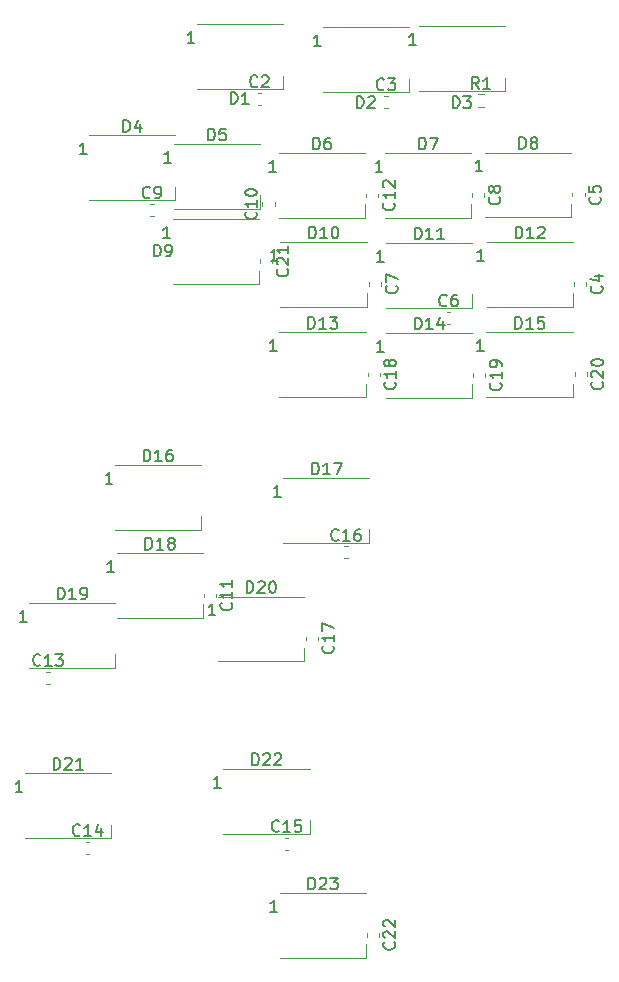
<source format=gbr>
%TF.GenerationSoftware,KiCad,Pcbnew,(5.1.10)-1*%
%TF.CreationDate,2021-11-16T18:01:45+11:00*%
%TF.ProjectId,Landing Gear Panel PCB V2,4c616e64-696e-4672-9047-656172205061,rev?*%
%TF.SameCoordinates,Original*%
%TF.FileFunction,Legend,Top*%
%TF.FilePolarity,Positive*%
%FSLAX46Y46*%
G04 Gerber Fmt 4.6, Leading zero omitted, Abs format (unit mm)*
G04 Created by KiCad (PCBNEW (5.1.10)-1) date 2021-11-16 18:01:45*
%MOMM*%
%LPD*%
G01*
G04 APERTURE LIST*
%ADD10C,0.120000*%
%ADD11C,0.150000*%
G04 APERTURE END LIST*
D10*
%TO.C,C22*%
X97210000Y-117049221D02*
X97210000Y-117374779D01*
X96190000Y-117049221D02*
X96190000Y-117374779D01*
%TO.C,C21*%
X88160000Y-60049721D02*
X88160000Y-60375279D01*
X87140000Y-60049721D02*
X87140000Y-60375279D01*
%TO.C,C20*%
X114810000Y-69599721D02*
X114810000Y-69925279D01*
X113790000Y-69599721D02*
X113790000Y-69925279D01*
%TO.C,C19*%
X106210000Y-69699721D02*
X106210000Y-70025279D01*
X105190000Y-69699721D02*
X105190000Y-70025279D01*
%TO.C,C18*%
X97260000Y-69624721D02*
X97260000Y-69950279D01*
X96240000Y-69624721D02*
X96240000Y-69950279D01*
%TO.C,C7*%
X97410000Y-61949721D02*
X97410000Y-62275279D01*
X96390000Y-61949721D02*
X96390000Y-62275279D01*
%TO.C,D6*%
X88716000Y-51021600D02*
X96016000Y-51021600D01*
X88716000Y-56521600D02*
X96016000Y-56521600D01*
X96016000Y-56521600D02*
X96016000Y-55371600D01*
%TO.C,C11*%
X82390000Y-88334420D02*
X82390000Y-88615580D01*
X83410000Y-88334420D02*
X83410000Y-88615580D01*
%TO.C,R1*%
X105587742Y-47122500D02*
X106062258Y-47122500D01*
X105587742Y-46077500D02*
X106062258Y-46077500D01*
%TO.C,C17*%
X90990000Y-91984420D02*
X90990000Y-92265580D01*
X92010000Y-91984420D02*
X92010000Y-92265580D01*
%TO.C,C16*%
X94284420Y-85360000D02*
X94565580Y-85360000D01*
X94284420Y-84340000D02*
X94565580Y-84340000D01*
%TO.C,C15*%
X89234420Y-110010000D02*
X89515580Y-110010000D01*
X89234420Y-108990000D02*
X89515580Y-108990000D01*
%TO.C,C14*%
X72384420Y-110360000D02*
X72665580Y-110360000D01*
X72384420Y-109340000D02*
X72665580Y-109340000D01*
%TO.C,C13*%
X69034420Y-95960000D02*
X69315580Y-95960000D01*
X69034420Y-94940000D02*
X69315580Y-94940000D01*
%TO.C,C12*%
X96140000Y-54484420D02*
X96140000Y-54765580D01*
X97160000Y-54484420D02*
X97160000Y-54765580D01*
%TO.C,C10*%
X88360000Y-55490580D02*
X88360000Y-55209420D01*
X87340000Y-55490580D02*
X87340000Y-55209420D01*
%TO.C,C9*%
X77834420Y-56360000D02*
X78115580Y-56360000D01*
X77834420Y-55340000D02*
X78115580Y-55340000D01*
%TO.C,C8*%
X105090000Y-54459420D02*
X105090000Y-54740580D01*
X106110000Y-54459420D02*
X106110000Y-54740580D01*
%TO.C,C6*%
X102959420Y-65510000D02*
X103240580Y-65510000D01*
X102959420Y-64490000D02*
X103240580Y-64490000D01*
%TO.C,C5*%
X113590000Y-54434420D02*
X113590000Y-54715580D01*
X114610000Y-54434420D02*
X114610000Y-54715580D01*
%TO.C,C4*%
X113740000Y-61984420D02*
X113740000Y-62265580D01*
X114760000Y-61984420D02*
X114760000Y-62265580D01*
%TO.C,C3*%
X97659420Y-47210000D02*
X97940580Y-47210000D01*
X97659420Y-46190000D02*
X97940580Y-46190000D01*
%TO.C,C2*%
X86934420Y-46960000D02*
X87215580Y-46960000D01*
X86934420Y-45940000D02*
X87215580Y-45940000D01*
%TO.C,D16*%
X74850000Y-77450000D02*
X82150000Y-77450000D01*
X74850000Y-82950000D02*
X82150000Y-82950000D01*
X82150000Y-82950000D02*
X82150000Y-81800000D01*
%TO.C,D23*%
X88794400Y-113684000D02*
X96094400Y-113684000D01*
X88794400Y-119184000D02*
X96094400Y-119184000D01*
X96094400Y-119184000D02*
X96094400Y-118034000D01*
%TO.C,D22*%
X84030800Y-103168000D02*
X91330800Y-103168000D01*
X84030800Y-108668000D02*
X91330800Y-108668000D01*
X91330800Y-108668000D02*
X91330800Y-107518000D01*
%TO.C,D21*%
X67227600Y-103549000D02*
X74527600Y-103549000D01*
X67227600Y-109049000D02*
X74527600Y-109049000D01*
X74527600Y-109049000D02*
X74527600Y-107899000D01*
%TO.C,D20*%
X83573600Y-88588400D02*
X90873600Y-88588400D01*
X83573600Y-94088400D02*
X90873600Y-94088400D01*
X90873600Y-94088400D02*
X90873600Y-92938400D01*
%TO.C,D19*%
X67583200Y-89121600D02*
X74883200Y-89121600D01*
X67583200Y-94621600D02*
X74883200Y-94621600D01*
X74883200Y-94621600D02*
X74883200Y-93471600D01*
%TO.C,D18*%
X75000000Y-84905200D02*
X82300000Y-84905200D01*
X75000000Y-90405200D02*
X82300000Y-90405200D01*
X82300000Y-90405200D02*
X82300000Y-89255200D01*
%TO.C,D17*%
X89100000Y-78550000D02*
X96400000Y-78550000D01*
X89100000Y-84050000D02*
X96400000Y-84050000D01*
X96400000Y-84050000D02*
X96400000Y-82900000D01*
%TO.C,D15*%
X106293000Y-66210800D02*
X113593000Y-66210800D01*
X106293000Y-71710800D02*
X113593000Y-71710800D01*
X113593000Y-71710800D02*
X113593000Y-70560800D01*
%TO.C,D14*%
X97809000Y-66261600D02*
X105109000Y-66261600D01*
X97809000Y-71761600D02*
X105109000Y-71761600D01*
X105109000Y-71761600D02*
X105109000Y-70611600D01*
%TO.C,D13*%
X88766800Y-66210800D02*
X96066800Y-66210800D01*
X88766800Y-71710800D02*
X96066800Y-71710800D01*
X96066800Y-71710800D02*
X96066800Y-70560800D01*
%TO.C,D12*%
X106332000Y-58565600D02*
X113632000Y-58565600D01*
X106332000Y-64065600D02*
X113632000Y-64065600D01*
X113632000Y-64065600D02*
X113632000Y-62915600D01*
%TO.C,D11*%
X97809000Y-58641600D02*
X105109000Y-58641600D01*
X97809000Y-64141600D02*
X105109000Y-64141600D01*
X105109000Y-64141600D02*
X105109000Y-62991600D01*
%TO.C,D10*%
X88856800Y-58565600D02*
X96156800Y-58565600D01*
X88856800Y-64065600D02*
X96156800Y-64065600D01*
X96156800Y-64065600D02*
X96156800Y-62915600D01*
%TO.C,D9*%
X79724400Y-56660400D02*
X87024400Y-56660400D01*
X79724400Y-62160400D02*
X87024400Y-62160400D01*
X87024400Y-62160400D02*
X87024400Y-61010400D01*
%TO.C,D8*%
X106180000Y-50996400D02*
X113480000Y-50996400D01*
X106180000Y-56496400D02*
X113480000Y-56496400D01*
X113480000Y-56496400D02*
X113480000Y-55346400D01*
%TO.C,D7*%
X97708000Y-51021600D02*
X105008000Y-51021600D01*
X97708000Y-56521600D02*
X105008000Y-56521600D01*
X105008000Y-56521600D02*
X105008000Y-55371600D01*
%TO.C,D5*%
X79826000Y-50259600D02*
X87126000Y-50259600D01*
X79826000Y-55759600D02*
X87126000Y-55759600D01*
X87126000Y-55759600D02*
X87126000Y-54609600D01*
%TO.C,D4*%
X72663200Y-49548400D02*
X79963200Y-49548400D01*
X72663200Y-55048400D02*
X79963200Y-55048400D01*
X79963200Y-55048400D02*
X79963200Y-53898400D01*
%TO.C,D3*%
X100552000Y-40302800D02*
X107852000Y-40302800D01*
X100552000Y-45802800D02*
X107852000Y-45802800D01*
X107852000Y-45802800D02*
X107852000Y-44652800D01*
%TO.C,D2*%
X92475200Y-40404400D02*
X99775200Y-40404400D01*
X92475200Y-45904400D02*
X99775200Y-45904400D01*
X99775200Y-45904400D02*
X99775200Y-44754400D01*
%TO.C,D1*%
X81795600Y-40125200D02*
X89095600Y-40125200D01*
X81795600Y-45625200D02*
X89095600Y-45625200D01*
X89095600Y-45625200D02*
X89095600Y-44475200D01*
%TO.C,C22*%
D11*
X98487142Y-117854857D02*
X98534761Y-117902476D01*
X98582380Y-118045333D01*
X98582380Y-118140571D01*
X98534761Y-118283428D01*
X98439523Y-118378666D01*
X98344285Y-118426285D01*
X98153809Y-118473904D01*
X98010952Y-118473904D01*
X97820476Y-118426285D01*
X97725238Y-118378666D01*
X97630000Y-118283428D01*
X97582380Y-118140571D01*
X97582380Y-118045333D01*
X97630000Y-117902476D01*
X97677619Y-117854857D01*
X97677619Y-117473904D02*
X97630000Y-117426285D01*
X97582380Y-117331047D01*
X97582380Y-117092952D01*
X97630000Y-116997714D01*
X97677619Y-116950095D01*
X97772857Y-116902476D01*
X97868095Y-116902476D01*
X98010952Y-116950095D01*
X98582380Y-117521523D01*
X98582380Y-116902476D01*
X97677619Y-116521523D02*
X97630000Y-116473904D01*
X97582380Y-116378666D01*
X97582380Y-116140571D01*
X97630000Y-116045333D01*
X97677619Y-115997714D01*
X97772857Y-115950095D01*
X97868095Y-115950095D01*
X98010952Y-115997714D01*
X98582380Y-116569142D01*
X98582380Y-115950095D01*
%TO.C,C21*%
X89437142Y-60855357D02*
X89484761Y-60902976D01*
X89532380Y-61045833D01*
X89532380Y-61141071D01*
X89484761Y-61283928D01*
X89389523Y-61379166D01*
X89294285Y-61426785D01*
X89103809Y-61474404D01*
X88960952Y-61474404D01*
X88770476Y-61426785D01*
X88675238Y-61379166D01*
X88580000Y-61283928D01*
X88532380Y-61141071D01*
X88532380Y-61045833D01*
X88580000Y-60902976D01*
X88627619Y-60855357D01*
X88627619Y-60474404D02*
X88580000Y-60426785D01*
X88532380Y-60331547D01*
X88532380Y-60093452D01*
X88580000Y-59998214D01*
X88627619Y-59950595D01*
X88722857Y-59902976D01*
X88818095Y-59902976D01*
X88960952Y-59950595D01*
X89532380Y-60522023D01*
X89532380Y-59902976D01*
X89532380Y-58950595D02*
X89532380Y-59522023D01*
X89532380Y-59236309D02*
X88532380Y-59236309D01*
X88675238Y-59331547D01*
X88770476Y-59426785D01*
X88818095Y-59522023D01*
%TO.C,C20*%
X116087142Y-70405357D02*
X116134761Y-70452976D01*
X116182380Y-70595833D01*
X116182380Y-70691071D01*
X116134761Y-70833928D01*
X116039523Y-70929166D01*
X115944285Y-70976785D01*
X115753809Y-71024404D01*
X115610952Y-71024404D01*
X115420476Y-70976785D01*
X115325238Y-70929166D01*
X115230000Y-70833928D01*
X115182380Y-70691071D01*
X115182380Y-70595833D01*
X115230000Y-70452976D01*
X115277619Y-70405357D01*
X115277619Y-70024404D02*
X115230000Y-69976785D01*
X115182380Y-69881547D01*
X115182380Y-69643452D01*
X115230000Y-69548214D01*
X115277619Y-69500595D01*
X115372857Y-69452976D01*
X115468095Y-69452976D01*
X115610952Y-69500595D01*
X116182380Y-70072023D01*
X116182380Y-69452976D01*
X115182380Y-68833928D02*
X115182380Y-68738690D01*
X115230000Y-68643452D01*
X115277619Y-68595833D01*
X115372857Y-68548214D01*
X115563333Y-68500595D01*
X115801428Y-68500595D01*
X115991904Y-68548214D01*
X116087142Y-68595833D01*
X116134761Y-68643452D01*
X116182380Y-68738690D01*
X116182380Y-68833928D01*
X116134761Y-68929166D01*
X116087142Y-68976785D01*
X115991904Y-69024404D01*
X115801428Y-69072023D01*
X115563333Y-69072023D01*
X115372857Y-69024404D01*
X115277619Y-68976785D01*
X115230000Y-68929166D01*
X115182380Y-68833928D01*
%TO.C,C19*%
X107487142Y-70505357D02*
X107534761Y-70552976D01*
X107582380Y-70695833D01*
X107582380Y-70791071D01*
X107534761Y-70933928D01*
X107439523Y-71029166D01*
X107344285Y-71076785D01*
X107153809Y-71124404D01*
X107010952Y-71124404D01*
X106820476Y-71076785D01*
X106725238Y-71029166D01*
X106630000Y-70933928D01*
X106582380Y-70791071D01*
X106582380Y-70695833D01*
X106630000Y-70552976D01*
X106677619Y-70505357D01*
X107582380Y-69552976D02*
X107582380Y-70124404D01*
X107582380Y-69838690D02*
X106582380Y-69838690D01*
X106725238Y-69933928D01*
X106820476Y-70029166D01*
X106868095Y-70124404D01*
X107582380Y-69076785D02*
X107582380Y-68886309D01*
X107534761Y-68791071D01*
X107487142Y-68743452D01*
X107344285Y-68648214D01*
X107153809Y-68600595D01*
X106772857Y-68600595D01*
X106677619Y-68648214D01*
X106630000Y-68695833D01*
X106582380Y-68791071D01*
X106582380Y-68981547D01*
X106630000Y-69076785D01*
X106677619Y-69124404D01*
X106772857Y-69172023D01*
X107010952Y-69172023D01*
X107106190Y-69124404D01*
X107153809Y-69076785D01*
X107201428Y-68981547D01*
X107201428Y-68791071D01*
X107153809Y-68695833D01*
X107106190Y-68648214D01*
X107010952Y-68600595D01*
%TO.C,C18*%
X98537142Y-70430357D02*
X98584761Y-70477976D01*
X98632380Y-70620833D01*
X98632380Y-70716071D01*
X98584761Y-70858928D01*
X98489523Y-70954166D01*
X98394285Y-71001785D01*
X98203809Y-71049404D01*
X98060952Y-71049404D01*
X97870476Y-71001785D01*
X97775238Y-70954166D01*
X97680000Y-70858928D01*
X97632380Y-70716071D01*
X97632380Y-70620833D01*
X97680000Y-70477976D01*
X97727619Y-70430357D01*
X98632380Y-69477976D02*
X98632380Y-70049404D01*
X98632380Y-69763690D02*
X97632380Y-69763690D01*
X97775238Y-69858928D01*
X97870476Y-69954166D01*
X97918095Y-70049404D01*
X98060952Y-68906547D02*
X98013333Y-69001785D01*
X97965714Y-69049404D01*
X97870476Y-69097023D01*
X97822857Y-69097023D01*
X97727619Y-69049404D01*
X97680000Y-69001785D01*
X97632380Y-68906547D01*
X97632380Y-68716071D01*
X97680000Y-68620833D01*
X97727619Y-68573214D01*
X97822857Y-68525595D01*
X97870476Y-68525595D01*
X97965714Y-68573214D01*
X98013333Y-68620833D01*
X98060952Y-68716071D01*
X98060952Y-68906547D01*
X98108571Y-69001785D01*
X98156190Y-69049404D01*
X98251428Y-69097023D01*
X98441904Y-69097023D01*
X98537142Y-69049404D01*
X98584761Y-69001785D01*
X98632380Y-68906547D01*
X98632380Y-68716071D01*
X98584761Y-68620833D01*
X98537142Y-68573214D01*
X98441904Y-68525595D01*
X98251428Y-68525595D01*
X98156190Y-68573214D01*
X98108571Y-68620833D01*
X98060952Y-68716071D01*
%TO.C,C7*%
X98687142Y-62279166D02*
X98734761Y-62326785D01*
X98782380Y-62469642D01*
X98782380Y-62564880D01*
X98734761Y-62707738D01*
X98639523Y-62802976D01*
X98544285Y-62850595D01*
X98353809Y-62898214D01*
X98210952Y-62898214D01*
X98020476Y-62850595D01*
X97925238Y-62802976D01*
X97830000Y-62707738D01*
X97782380Y-62564880D01*
X97782380Y-62469642D01*
X97830000Y-62326785D01*
X97877619Y-62279166D01*
X97782380Y-61945833D02*
X97782380Y-61279166D01*
X98782380Y-61707738D01*
%TO.C,D6*%
X91627904Y-50723980D02*
X91627904Y-49723980D01*
X91866000Y-49723980D01*
X92008857Y-49771600D01*
X92104095Y-49866838D01*
X92151714Y-49962076D01*
X92199333Y-50152552D01*
X92199333Y-50295409D01*
X92151714Y-50485885D01*
X92104095Y-50581123D01*
X92008857Y-50676361D01*
X91866000Y-50723980D01*
X91627904Y-50723980D01*
X93056476Y-49723980D02*
X92866000Y-49723980D01*
X92770761Y-49771600D01*
X92723142Y-49819219D01*
X92627904Y-49962076D01*
X92580285Y-50152552D01*
X92580285Y-50533504D01*
X92627904Y-50628742D01*
X92675523Y-50676361D01*
X92770761Y-50723980D01*
X92961238Y-50723980D01*
X93056476Y-50676361D01*
X93104095Y-50628742D01*
X93151714Y-50533504D01*
X93151714Y-50295409D01*
X93104095Y-50200171D01*
X93056476Y-50152552D01*
X92961238Y-50104933D01*
X92770761Y-50104933D01*
X92675523Y-50152552D01*
X92627904Y-50200171D01*
X92580285Y-50295409D01*
X88501714Y-52623980D02*
X87930285Y-52623980D01*
X88216000Y-52623980D02*
X88216000Y-51623980D01*
X88120761Y-51766838D01*
X88025523Y-51862076D01*
X87930285Y-51909695D01*
%TO.C,C11*%
X84687142Y-89117857D02*
X84734761Y-89165476D01*
X84782380Y-89308333D01*
X84782380Y-89403571D01*
X84734761Y-89546428D01*
X84639523Y-89641666D01*
X84544285Y-89689285D01*
X84353809Y-89736904D01*
X84210952Y-89736904D01*
X84020476Y-89689285D01*
X83925238Y-89641666D01*
X83830000Y-89546428D01*
X83782380Y-89403571D01*
X83782380Y-89308333D01*
X83830000Y-89165476D01*
X83877619Y-89117857D01*
X84782380Y-88165476D02*
X84782380Y-88736904D01*
X84782380Y-88451190D02*
X83782380Y-88451190D01*
X83925238Y-88546428D01*
X84020476Y-88641666D01*
X84068095Y-88736904D01*
X84782380Y-87213095D02*
X84782380Y-87784523D01*
X84782380Y-87498809D02*
X83782380Y-87498809D01*
X83925238Y-87594047D01*
X84020476Y-87689285D01*
X84068095Y-87784523D01*
%TO.C,R1*%
X105658333Y-45622380D02*
X105325000Y-45146190D01*
X105086904Y-45622380D02*
X105086904Y-44622380D01*
X105467857Y-44622380D01*
X105563095Y-44670000D01*
X105610714Y-44717619D01*
X105658333Y-44812857D01*
X105658333Y-44955714D01*
X105610714Y-45050952D01*
X105563095Y-45098571D01*
X105467857Y-45146190D01*
X105086904Y-45146190D01*
X106610714Y-45622380D02*
X106039285Y-45622380D01*
X106325000Y-45622380D02*
X106325000Y-44622380D01*
X106229761Y-44765238D01*
X106134523Y-44860476D01*
X106039285Y-44908095D01*
%TO.C,C17*%
X93287142Y-92767857D02*
X93334761Y-92815476D01*
X93382380Y-92958333D01*
X93382380Y-93053571D01*
X93334761Y-93196428D01*
X93239523Y-93291666D01*
X93144285Y-93339285D01*
X92953809Y-93386904D01*
X92810952Y-93386904D01*
X92620476Y-93339285D01*
X92525238Y-93291666D01*
X92430000Y-93196428D01*
X92382380Y-93053571D01*
X92382380Y-92958333D01*
X92430000Y-92815476D01*
X92477619Y-92767857D01*
X93382380Y-91815476D02*
X93382380Y-92386904D01*
X93382380Y-92101190D02*
X92382380Y-92101190D01*
X92525238Y-92196428D01*
X92620476Y-92291666D01*
X92668095Y-92386904D01*
X92382380Y-91482142D02*
X92382380Y-90815476D01*
X93382380Y-91244047D01*
%TO.C,C16*%
X93782142Y-83777142D02*
X93734523Y-83824761D01*
X93591666Y-83872380D01*
X93496428Y-83872380D01*
X93353571Y-83824761D01*
X93258333Y-83729523D01*
X93210714Y-83634285D01*
X93163095Y-83443809D01*
X93163095Y-83300952D01*
X93210714Y-83110476D01*
X93258333Y-83015238D01*
X93353571Y-82920000D01*
X93496428Y-82872380D01*
X93591666Y-82872380D01*
X93734523Y-82920000D01*
X93782142Y-82967619D01*
X94734523Y-83872380D02*
X94163095Y-83872380D01*
X94448809Y-83872380D02*
X94448809Y-82872380D01*
X94353571Y-83015238D01*
X94258333Y-83110476D01*
X94163095Y-83158095D01*
X95591666Y-82872380D02*
X95401190Y-82872380D01*
X95305952Y-82920000D01*
X95258333Y-82967619D01*
X95163095Y-83110476D01*
X95115476Y-83300952D01*
X95115476Y-83681904D01*
X95163095Y-83777142D01*
X95210714Y-83824761D01*
X95305952Y-83872380D01*
X95496428Y-83872380D01*
X95591666Y-83824761D01*
X95639285Y-83777142D01*
X95686904Y-83681904D01*
X95686904Y-83443809D01*
X95639285Y-83348571D01*
X95591666Y-83300952D01*
X95496428Y-83253333D01*
X95305952Y-83253333D01*
X95210714Y-83300952D01*
X95163095Y-83348571D01*
X95115476Y-83443809D01*
%TO.C,C15*%
X88732142Y-108427142D02*
X88684523Y-108474761D01*
X88541666Y-108522380D01*
X88446428Y-108522380D01*
X88303571Y-108474761D01*
X88208333Y-108379523D01*
X88160714Y-108284285D01*
X88113095Y-108093809D01*
X88113095Y-107950952D01*
X88160714Y-107760476D01*
X88208333Y-107665238D01*
X88303571Y-107570000D01*
X88446428Y-107522380D01*
X88541666Y-107522380D01*
X88684523Y-107570000D01*
X88732142Y-107617619D01*
X89684523Y-108522380D02*
X89113095Y-108522380D01*
X89398809Y-108522380D02*
X89398809Y-107522380D01*
X89303571Y-107665238D01*
X89208333Y-107760476D01*
X89113095Y-107808095D01*
X90589285Y-107522380D02*
X90113095Y-107522380D01*
X90065476Y-107998571D01*
X90113095Y-107950952D01*
X90208333Y-107903333D01*
X90446428Y-107903333D01*
X90541666Y-107950952D01*
X90589285Y-107998571D01*
X90636904Y-108093809D01*
X90636904Y-108331904D01*
X90589285Y-108427142D01*
X90541666Y-108474761D01*
X90446428Y-108522380D01*
X90208333Y-108522380D01*
X90113095Y-108474761D01*
X90065476Y-108427142D01*
%TO.C,C14*%
X71882142Y-108777142D02*
X71834523Y-108824761D01*
X71691666Y-108872380D01*
X71596428Y-108872380D01*
X71453571Y-108824761D01*
X71358333Y-108729523D01*
X71310714Y-108634285D01*
X71263095Y-108443809D01*
X71263095Y-108300952D01*
X71310714Y-108110476D01*
X71358333Y-108015238D01*
X71453571Y-107920000D01*
X71596428Y-107872380D01*
X71691666Y-107872380D01*
X71834523Y-107920000D01*
X71882142Y-107967619D01*
X72834523Y-108872380D02*
X72263095Y-108872380D01*
X72548809Y-108872380D02*
X72548809Y-107872380D01*
X72453571Y-108015238D01*
X72358333Y-108110476D01*
X72263095Y-108158095D01*
X73691666Y-108205714D02*
X73691666Y-108872380D01*
X73453571Y-107824761D02*
X73215476Y-108539047D01*
X73834523Y-108539047D01*
%TO.C,C13*%
X68532142Y-94377142D02*
X68484523Y-94424761D01*
X68341666Y-94472380D01*
X68246428Y-94472380D01*
X68103571Y-94424761D01*
X68008333Y-94329523D01*
X67960714Y-94234285D01*
X67913095Y-94043809D01*
X67913095Y-93900952D01*
X67960714Y-93710476D01*
X68008333Y-93615238D01*
X68103571Y-93520000D01*
X68246428Y-93472380D01*
X68341666Y-93472380D01*
X68484523Y-93520000D01*
X68532142Y-93567619D01*
X69484523Y-94472380D02*
X68913095Y-94472380D01*
X69198809Y-94472380D02*
X69198809Y-93472380D01*
X69103571Y-93615238D01*
X69008333Y-93710476D01*
X68913095Y-93758095D01*
X69817857Y-93472380D02*
X70436904Y-93472380D01*
X70103571Y-93853333D01*
X70246428Y-93853333D01*
X70341666Y-93900952D01*
X70389285Y-93948571D01*
X70436904Y-94043809D01*
X70436904Y-94281904D01*
X70389285Y-94377142D01*
X70341666Y-94424761D01*
X70246428Y-94472380D01*
X69960714Y-94472380D01*
X69865476Y-94424761D01*
X69817857Y-94377142D01*
%TO.C,C12*%
X98437142Y-55267857D02*
X98484761Y-55315476D01*
X98532380Y-55458333D01*
X98532380Y-55553571D01*
X98484761Y-55696428D01*
X98389523Y-55791666D01*
X98294285Y-55839285D01*
X98103809Y-55886904D01*
X97960952Y-55886904D01*
X97770476Y-55839285D01*
X97675238Y-55791666D01*
X97580000Y-55696428D01*
X97532380Y-55553571D01*
X97532380Y-55458333D01*
X97580000Y-55315476D01*
X97627619Y-55267857D01*
X98532380Y-54315476D02*
X98532380Y-54886904D01*
X98532380Y-54601190D02*
X97532380Y-54601190D01*
X97675238Y-54696428D01*
X97770476Y-54791666D01*
X97818095Y-54886904D01*
X97627619Y-53934523D02*
X97580000Y-53886904D01*
X97532380Y-53791666D01*
X97532380Y-53553571D01*
X97580000Y-53458333D01*
X97627619Y-53410714D01*
X97722857Y-53363095D01*
X97818095Y-53363095D01*
X97960952Y-53410714D01*
X98532380Y-53982142D01*
X98532380Y-53363095D01*
%TO.C,C10*%
X86777142Y-55992857D02*
X86824761Y-56040476D01*
X86872380Y-56183333D01*
X86872380Y-56278571D01*
X86824761Y-56421428D01*
X86729523Y-56516666D01*
X86634285Y-56564285D01*
X86443809Y-56611904D01*
X86300952Y-56611904D01*
X86110476Y-56564285D01*
X86015238Y-56516666D01*
X85920000Y-56421428D01*
X85872380Y-56278571D01*
X85872380Y-56183333D01*
X85920000Y-56040476D01*
X85967619Y-55992857D01*
X86872380Y-55040476D02*
X86872380Y-55611904D01*
X86872380Y-55326190D02*
X85872380Y-55326190D01*
X86015238Y-55421428D01*
X86110476Y-55516666D01*
X86158095Y-55611904D01*
X85872380Y-54421428D02*
X85872380Y-54326190D01*
X85920000Y-54230952D01*
X85967619Y-54183333D01*
X86062857Y-54135714D01*
X86253333Y-54088095D01*
X86491428Y-54088095D01*
X86681904Y-54135714D01*
X86777142Y-54183333D01*
X86824761Y-54230952D01*
X86872380Y-54326190D01*
X86872380Y-54421428D01*
X86824761Y-54516666D01*
X86777142Y-54564285D01*
X86681904Y-54611904D01*
X86491428Y-54659523D01*
X86253333Y-54659523D01*
X86062857Y-54611904D01*
X85967619Y-54564285D01*
X85920000Y-54516666D01*
X85872380Y-54421428D01*
%TO.C,C9*%
X77808333Y-54777142D02*
X77760714Y-54824761D01*
X77617857Y-54872380D01*
X77522619Y-54872380D01*
X77379761Y-54824761D01*
X77284523Y-54729523D01*
X77236904Y-54634285D01*
X77189285Y-54443809D01*
X77189285Y-54300952D01*
X77236904Y-54110476D01*
X77284523Y-54015238D01*
X77379761Y-53920000D01*
X77522619Y-53872380D01*
X77617857Y-53872380D01*
X77760714Y-53920000D01*
X77808333Y-53967619D01*
X78284523Y-54872380D02*
X78475000Y-54872380D01*
X78570238Y-54824761D01*
X78617857Y-54777142D01*
X78713095Y-54634285D01*
X78760714Y-54443809D01*
X78760714Y-54062857D01*
X78713095Y-53967619D01*
X78665476Y-53920000D01*
X78570238Y-53872380D01*
X78379761Y-53872380D01*
X78284523Y-53920000D01*
X78236904Y-53967619D01*
X78189285Y-54062857D01*
X78189285Y-54300952D01*
X78236904Y-54396190D01*
X78284523Y-54443809D01*
X78379761Y-54491428D01*
X78570238Y-54491428D01*
X78665476Y-54443809D01*
X78713095Y-54396190D01*
X78760714Y-54300952D01*
%TO.C,C8*%
X107387142Y-54766666D02*
X107434761Y-54814285D01*
X107482380Y-54957142D01*
X107482380Y-55052380D01*
X107434761Y-55195238D01*
X107339523Y-55290476D01*
X107244285Y-55338095D01*
X107053809Y-55385714D01*
X106910952Y-55385714D01*
X106720476Y-55338095D01*
X106625238Y-55290476D01*
X106530000Y-55195238D01*
X106482380Y-55052380D01*
X106482380Y-54957142D01*
X106530000Y-54814285D01*
X106577619Y-54766666D01*
X106910952Y-54195238D02*
X106863333Y-54290476D01*
X106815714Y-54338095D01*
X106720476Y-54385714D01*
X106672857Y-54385714D01*
X106577619Y-54338095D01*
X106530000Y-54290476D01*
X106482380Y-54195238D01*
X106482380Y-54004761D01*
X106530000Y-53909523D01*
X106577619Y-53861904D01*
X106672857Y-53814285D01*
X106720476Y-53814285D01*
X106815714Y-53861904D01*
X106863333Y-53909523D01*
X106910952Y-54004761D01*
X106910952Y-54195238D01*
X106958571Y-54290476D01*
X107006190Y-54338095D01*
X107101428Y-54385714D01*
X107291904Y-54385714D01*
X107387142Y-54338095D01*
X107434761Y-54290476D01*
X107482380Y-54195238D01*
X107482380Y-54004761D01*
X107434761Y-53909523D01*
X107387142Y-53861904D01*
X107291904Y-53814285D01*
X107101428Y-53814285D01*
X107006190Y-53861904D01*
X106958571Y-53909523D01*
X106910952Y-54004761D01*
%TO.C,C6*%
X102933333Y-63927142D02*
X102885714Y-63974761D01*
X102742857Y-64022380D01*
X102647619Y-64022380D01*
X102504761Y-63974761D01*
X102409523Y-63879523D01*
X102361904Y-63784285D01*
X102314285Y-63593809D01*
X102314285Y-63450952D01*
X102361904Y-63260476D01*
X102409523Y-63165238D01*
X102504761Y-63070000D01*
X102647619Y-63022380D01*
X102742857Y-63022380D01*
X102885714Y-63070000D01*
X102933333Y-63117619D01*
X103790476Y-63022380D02*
X103600000Y-63022380D01*
X103504761Y-63070000D01*
X103457142Y-63117619D01*
X103361904Y-63260476D01*
X103314285Y-63450952D01*
X103314285Y-63831904D01*
X103361904Y-63927142D01*
X103409523Y-63974761D01*
X103504761Y-64022380D01*
X103695238Y-64022380D01*
X103790476Y-63974761D01*
X103838095Y-63927142D01*
X103885714Y-63831904D01*
X103885714Y-63593809D01*
X103838095Y-63498571D01*
X103790476Y-63450952D01*
X103695238Y-63403333D01*
X103504761Y-63403333D01*
X103409523Y-63450952D01*
X103361904Y-63498571D01*
X103314285Y-63593809D01*
%TO.C,C5*%
X115887142Y-54741666D02*
X115934761Y-54789285D01*
X115982380Y-54932142D01*
X115982380Y-55027380D01*
X115934761Y-55170238D01*
X115839523Y-55265476D01*
X115744285Y-55313095D01*
X115553809Y-55360714D01*
X115410952Y-55360714D01*
X115220476Y-55313095D01*
X115125238Y-55265476D01*
X115030000Y-55170238D01*
X114982380Y-55027380D01*
X114982380Y-54932142D01*
X115030000Y-54789285D01*
X115077619Y-54741666D01*
X114982380Y-53836904D02*
X114982380Y-54313095D01*
X115458571Y-54360714D01*
X115410952Y-54313095D01*
X115363333Y-54217857D01*
X115363333Y-53979761D01*
X115410952Y-53884523D01*
X115458571Y-53836904D01*
X115553809Y-53789285D01*
X115791904Y-53789285D01*
X115887142Y-53836904D01*
X115934761Y-53884523D01*
X115982380Y-53979761D01*
X115982380Y-54217857D01*
X115934761Y-54313095D01*
X115887142Y-54360714D01*
%TO.C,C4*%
X116037142Y-62291666D02*
X116084761Y-62339285D01*
X116132380Y-62482142D01*
X116132380Y-62577380D01*
X116084761Y-62720238D01*
X115989523Y-62815476D01*
X115894285Y-62863095D01*
X115703809Y-62910714D01*
X115560952Y-62910714D01*
X115370476Y-62863095D01*
X115275238Y-62815476D01*
X115180000Y-62720238D01*
X115132380Y-62577380D01*
X115132380Y-62482142D01*
X115180000Y-62339285D01*
X115227619Y-62291666D01*
X115465714Y-61434523D02*
X116132380Y-61434523D01*
X115084761Y-61672619D02*
X115799047Y-61910714D01*
X115799047Y-61291666D01*
%TO.C,C3*%
X97633333Y-45627142D02*
X97585714Y-45674761D01*
X97442857Y-45722380D01*
X97347619Y-45722380D01*
X97204761Y-45674761D01*
X97109523Y-45579523D01*
X97061904Y-45484285D01*
X97014285Y-45293809D01*
X97014285Y-45150952D01*
X97061904Y-44960476D01*
X97109523Y-44865238D01*
X97204761Y-44770000D01*
X97347619Y-44722380D01*
X97442857Y-44722380D01*
X97585714Y-44770000D01*
X97633333Y-44817619D01*
X97966666Y-44722380D02*
X98585714Y-44722380D01*
X98252380Y-45103333D01*
X98395238Y-45103333D01*
X98490476Y-45150952D01*
X98538095Y-45198571D01*
X98585714Y-45293809D01*
X98585714Y-45531904D01*
X98538095Y-45627142D01*
X98490476Y-45674761D01*
X98395238Y-45722380D01*
X98109523Y-45722380D01*
X98014285Y-45674761D01*
X97966666Y-45627142D01*
%TO.C,C2*%
X86908333Y-45377142D02*
X86860714Y-45424761D01*
X86717857Y-45472380D01*
X86622619Y-45472380D01*
X86479761Y-45424761D01*
X86384523Y-45329523D01*
X86336904Y-45234285D01*
X86289285Y-45043809D01*
X86289285Y-44900952D01*
X86336904Y-44710476D01*
X86384523Y-44615238D01*
X86479761Y-44520000D01*
X86622619Y-44472380D01*
X86717857Y-44472380D01*
X86860714Y-44520000D01*
X86908333Y-44567619D01*
X87289285Y-44567619D02*
X87336904Y-44520000D01*
X87432142Y-44472380D01*
X87670238Y-44472380D01*
X87765476Y-44520000D01*
X87813095Y-44567619D01*
X87860714Y-44662857D01*
X87860714Y-44758095D01*
X87813095Y-44900952D01*
X87241666Y-45472380D01*
X87860714Y-45472380D01*
%TO.C,D16*%
X77285714Y-77152380D02*
X77285714Y-76152380D01*
X77523809Y-76152380D01*
X77666666Y-76200000D01*
X77761904Y-76295238D01*
X77809523Y-76390476D01*
X77857142Y-76580952D01*
X77857142Y-76723809D01*
X77809523Y-76914285D01*
X77761904Y-77009523D01*
X77666666Y-77104761D01*
X77523809Y-77152380D01*
X77285714Y-77152380D01*
X78809523Y-77152380D02*
X78238095Y-77152380D01*
X78523809Y-77152380D02*
X78523809Y-76152380D01*
X78428571Y-76295238D01*
X78333333Y-76390476D01*
X78238095Y-76438095D01*
X79666666Y-76152380D02*
X79476190Y-76152380D01*
X79380952Y-76200000D01*
X79333333Y-76247619D01*
X79238095Y-76390476D01*
X79190476Y-76580952D01*
X79190476Y-76961904D01*
X79238095Y-77057142D01*
X79285714Y-77104761D01*
X79380952Y-77152380D01*
X79571428Y-77152380D01*
X79666666Y-77104761D01*
X79714285Y-77057142D01*
X79761904Y-76961904D01*
X79761904Y-76723809D01*
X79714285Y-76628571D01*
X79666666Y-76580952D01*
X79571428Y-76533333D01*
X79380952Y-76533333D01*
X79285714Y-76580952D01*
X79238095Y-76628571D01*
X79190476Y-76723809D01*
X74635714Y-79052380D02*
X74064285Y-79052380D01*
X74350000Y-79052380D02*
X74350000Y-78052380D01*
X74254761Y-78195238D01*
X74159523Y-78290476D01*
X74064285Y-78338095D01*
%TO.C,D23*%
X91230114Y-113386380D02*
X91230114Y-112386380D01*
X91468209Y-112386380D01*
X91611066Y-112434000D01*
X91706304Y-112529238D01*
X91753923Y-112624476D01*
X91801542Y-112814952D01*
X91801542Y-112957809D01*
X91753923Y-113148285D01*
X91706304Y-113243523D01*
X91611066Y-113338761D01*
X91468209Y-113386380D01*
X91230114Y-113386380D01*
X92182495Y-112481619D02*
X92230114Y-112434000D01*
X92325352Y-112386380D01*
X92563447Y-112386380D01*
X92658685Y-112434000D01*
X92706304Y-112481619D01*
X92753923Y-112576857D01*
X92753923Y-112672095D01*
X92706304Y-112814952D01*
X92134876Y-113386380D01*
X92753923Y-113386380D01*
X93087257Y-112386380D02*
X93706304Y-112386380D01*
X93372971Y-112767333D01*
X93515828Y-112767333D01*
X93611066Y-112814952D01*
X93658685Y-112862571D01*
X93706304Y-112957809D01*
X93706304Y-113195904D01*
X93658685Y-113291142D01*
X93611066Y-113338761D01*
X93515828Y-113386380D01*
X93230114Y-113386380D01*
X93134876Y-113338761D01*
X93087257Y-113291142D01*
X88580114Y-115286380D02*
X88008685Y-115286380D01*
X88294400Y-115286380D02*
X88294400Y-114286380D01*
X88199161Y-114429238D01*
X88103923Y-114524476D01*
X88008685Y-114572095D01*
%TO.C,D22*%
X86466514Y-102870380D02*
X86466514Y-101870380D01*
X86704609Y-101870380D01*
X86847466Y-101918000D01*
X86942704Y-102013238D01*
X86990323Y-102108476D01*
X87037942Y-102298952D01*
X87037942Y-102441809D01*
X86990323Y-102632285D01*
X86942704Y-102727523D01*
X86847466Y-102822761D01*
X86704609Y-102870380D01*
X86466514Y-102870380D01*
X87418895Y-101965619D02*
X87466514Y-101918000D01*
X87561752Y-101870380D01*
X87799847Y-101870380D01*
X87895085Y-101918000D01*
X87942704Y-101965619D01*
X87990323Y-102060857D01*
X87990323Y-102156095D01*
X87942704Y-102298952D01*
X87371276Y-102870380D01*
X87990323Y-102870380D01*
X88371276Y-101965619D02*
X88418895Y-101918000D01*
X88514133Y-101870380D01*
X88752228Y-101870380D01*
X88847466Y-101918000D01*
X88895085Y-101965619D01*
X88942704Y-102060857D01*
X88942704Y-102156095D01*
X88895085Y-102298952D01*
X88323657Y-102870380D01*
X88942704Y-102870380D01*
X83816514Y-104770380D02*
X83245085Y-104770380D01*
X83530800Y-104770380D02*
X83530800Y-103770380D01*
X83435561Y-103913238D01*
X83340323Y-104008476D01*
X83245085Y-104056095D01*
%TO.C,D21*%
X69663314Y-103251380D02*
X69663314Y-102251380D01*
X69901409Y-102251380D01*
X70044266Y-102299000D01*
X70139504Y-102394238D01*
X70187123Y-102489476D01*
X70234742Y-102679952D01*
X70234742Y-102822809D01*
X70187123Y-103013285D01*
X70139504Y-103108523D01*
X70044266Y-103203761D01*
X69901409Y-103251380D01*
X69663314Y-103251380D01*
X70615695Y-102346619D02*
X70663314Y-102299000D01*
X70758552Y-102251380D01*
X70996647Y-102251380D01*
X71091885Y-102299000D01*
X71139504Y-102346619D01*
X71187123Y-102441857D01*
X71187123Y-102537095D01*
X71139504Y-102679952D01*
X70568076Y-103251380D01*
X71187123Y-103251380D01*
X72139504Y-103251380D02*
X71568076Y-103251380D01*
X71853790Y-103251380D02*
X71853790Y-102251380D01*
X71758552Y-102394238D01*
X71663314Y-102489476D01*
X71568076Y-102537095D01*
X67013314Y-105151380D02*
X66441885Y-105151380D01*
X66727600Y-105151380D02*
X66727600Y-104151380D01*
X66632361Y-104294238D01*
X66537123Y-104389476D01*
X66441885Y-104437095D01*
%TO.C,D20*%
X86009314Y-88290780D02*
X86009314Y-87290780D01*
X86247409Y-87290780D01*
X86390266Y-87338400D01*
X86485504Y-87433638D01*
X86533123Y-87528876D01*
X86580742Y-87719352D01*
X86580742Y-87862209D01*
X86533123Y-88052685D01*
X86485504Y-88147923D01*
X86390266Y-88243161D01*
X86247409Y-88290780D01*
X86009314Y-88290780D01*
X86961695Y-87386019D02*
X87009314Y-87338400D01*
X87104552Y-87290780D01*
X87342647Y-87290780D01*
X87437885Y-87338400D01*
X87485504Y-87386019D01*
X87533123Y-87481257D01*
X87533123Y-87576495D01*
X87485504Y-87719352D01*
X86914076Y-88290780D01*
X87533123Y-88290780D01*
X88152171Y-87290780D02*
X88247409Y-87290780D01*
X88342647Y-87338400D01*
X88390266Y-87386019D01*
X88437885Y-87481257D01*
X88485504Y-87671733D01*
X88485504Y-87909828D01*
X88437885Y-88100304D01*
X88390266Y-88195542D01*
X88342647Y-88243161D01*
X88247409Y-88290780D01*
X88152171Y-88290780D01*
X88056933Y-88243161D01*
X88009314Y-88195542D01*
X87961695Y-88100304D01*
X87914076Y-87909828D01*
X87914076Y-87671733D01*
X87961695Y-87481257D01*
X88009314Y-87386019D01*
X88056933Y-87338400D01*
X88152171Y-87290780D01*
X83359314Y-90190780D02*
X82787885Y-90190780D01*
X83073600Y-90190780D02*
X83073600Y-89190780D01*
X82978361Y-89333638D01*
X82883123Y-89428876D01*
X82787885Y-89476495D01*
%TO.C,D19*%
X70018914Y-88823980D02*
X70018914Y-87823980D01*
X70257009Y-87823980D01*
X70399866Y-87871600D01*
X70495104Y-87966838D01*
X70542723Y-88062076D01*
X70590342Y-88252552D01*
X70590342Y-88395409D01*
X70542723Y-88585885D01*
X70495104Y-88681123D01*
X70399866Y-88776361D01*
X70257009Y-88823980D01*
X70018914Y-88823980D01*
X71542723Y-88823980D02*
X70971295Y-88823980D01*
X71257009Y-88823980D02*
X71257009Y-87823980D01*
X71161771Y-87966838D01*
X71066533Y-88062076D01*
X70971295Y-88109695D01*
X72018914Y-88823980D02*
X72209390Y-88823980D01*
X72304628Y-88776361D01*
X72352247Y-88728742D01*
X72447485Y-88585885D01*
X72495104Y-88395409D01*
X72495104Y-88014457D01*
X72447485Y-87919219D01*
X72399866Y-87871600D01*
X72304628Y-87823980D01*
X72114152Y-87823980D01*
X72018914Y-87871600D01*
X71971295Y-87919219D01*
X71923676Y-88014457D01*
X71923676Y-88252552D01*
X71971295Y-88347790D01*
X72018914Y-88395409D01*
X72114152Y-88443028D01*
X72304628Y-88443028D01*
X72399866Y-88395409D01*
X72447485Y-88347790D01*
X72495104Y-88252552D01*
X67368914Y-90723980D02*
X66797485Y-90723980D01*
X67083200Y-90723980D02*
X67083200Y-89723980D01*
X66987961Y-89866838D01*
X66892723Y-89962076D01*
X66797485Y-90009695D01*
%TO.C,D18*%
X77435714Y-84607580D02*
X77435714Y-83607580D01*
X77673809Y-83607580D01*
X77816666Y-83655200D01*
X77911904Y-83750438D01*
X77959523Y-83845676D01*
X78007142Y-84036152D01*
X78007142Y-84179009D01*
X77959523Y-84369485D01*
X77911904Y-84464723D01*
X77816666Y-84559961D01*
X77673809Y-84607580D01*
X77435714Y-84607580D01*
X78959523Y-84607580D02*
X78388095Y-84607580D01*
X78673809Y-84607580D02*
X78673809Y-83607580D01*
X78578571Y-83750438D01*
X78483333Y-83845676D01*
X78388095Y-83893295D01*
X79530952Y-84036152D02*
X79435714Y-83988533D01*
X79388095Y-83940914D01*
X79340476Y-83845676D01*
X79340476Y-83798057D01*
X79388095Y-83702819D01*
X79435714Y-83655200D01*
X79530952Y-83607580D01*
X79721428Y-83607580D01*
X79816666Y-83655200D01*
X79864285Y-83702819D01*
X79911904Y-83798057D01*
X79911904Y-83845676D01*
X79864285Y-83940914D01*
X79816666Y-83988533D01*
X79721428Y-84036152D01*
X79530952Y-84036152D01*
X79435714Y-84083771D01*
X79388095Y-84131390D01*
X79340476Y-84226628D01*
X79340476Y-84417104D01*
X79388095Y-84512342D01*
X79435714Y-84559961D01*
X79530952Y-84607580D01*
X79721428Y-84607580D01*
X79816666Y-84559961D01*
X79864285Y-84512342D01*
X79911904Y-84417104D01*
X79911904Y-84226628D01*
X79864285Y-84131390D01*
X79816666Y-84083771D01*
X79721428Y-84036152D01*
X74785714Y-86507580D02*
X74214285Y-86507580D01*
X74500000Y-86507580D02*
X74500000Y-85507580D01*
X74404761Y-85650438D01*
X74309523Y-85745676D01*
X74214285Y-85793295D01*
%TO.C,D17*%
X91535714Y-78252380D02*
X91535714Y-77252380D01*
X91773809Y-77252380D01*
X91916666Y-77300000D01*
X92011904Y-77395238D01*
X92059523Y-77490476D01*
X92107142Y-77680952D01*
X92107142Y-77823809D01*
X92059523Y-78014285D01*
X92011904Y-78109523D01*
X91916666Y-78204761D01*
X91773809Y-78252380D01*
X91535714Y-78252380D01*
X93059523Y-78252380D02*
X92488095Y-78252380D01*
X92773809Y-78252380D02*
X92773809Y-77252380D01*
X92678571Y-77395238D01*
X92583333Y-77490476D01*
X92488095Y-77538095D01*
X93392857Y-77252380D02*
X94059523Y-77252380D01*
X93630952Y-78252380D01*
X88885714Y-80152380D02*
X88314285Y-80152380D01*
X88600000Y-80152380D02*
X88600000Y-79152380D01*
X88504761Y-79295238D01*
X88409523Y-79390476D01*
X88314285Y-79438095D01*
%TO.C,D15*%
X108728714Y-65913180D02*
X108728714Y-64913180D01*
X108966809Y-64913180D01*
X109109666Y-64960800D01*
X109204904Y-65056038D01*
X109252523Y-65151276D01*
X109300142Y-65341752D01*
X109300142Y-65484609D01*
X109252523Y-65675085D01*
X109204904Y-65770323D01*
X109109666Y-65865561D01*
X108966809Y-65913180D01*
X108728714Y-65913180D01*
X110252523Y-65913180D02*
X109681095Y-65913180D01*
X109966809Y-65913180D02*
X109966809Y-64913180D01*
X109871571Y-65056038D01*
X109776333Y-65151276D01*
X109681095Y-65198895D01*
X111157285Y-64913180D02*
X110681095Y-64913180D01*
X110633476Y-65389371D01*
X110681095Y-65341752D01*
X110776333Y-65294133D01*
X111014428Y-65294133D01*
X111109666Y-65341752D01*
X111157285Y-65389371D01*
X111204904Y-65484609D01*
X111204904Y-65722704D01*
X111157285Y-65817942D01*
X111109666Y-65865561D01*
X111014428Y-65913180D01*
X110776333Y-65913180D01*
X110681095Y-65865561D01*
X110633476Y-65817942D01*
X106078714Y-67813180D02*
X105507285Y-67813180D01*
X105793000Y-67813180D02*
X105793000Y-66813180D01*
X105697761Y-66956038D01*
X105602523Y-67051276D01*
X105507285Y-67098895D01*
%TO.C,D14*%
X100244714Y-65963980D02*
X100244714Y-64963980D01*
X100482809Y-64963980D01*
X100625666Y-65011600D01*
X100720904Y-65106838D01*
X100768523Y-65202076D01*
X100816142Y-65392552D01*
X100816142Y-65535409D01*
X100768523Y-65725885D01*
X100720904Y-65821123D01*
X100625666Y-65916361D01*
X100482809Y-65963980D01*
X100244714Y-65963980D01*
X101768523Y-65963980D02*
X101197095Y-65963980D01*
X101482809Y-65963980D02*
X101482809Y-64963980D01*
X101387571Y-65106838D01*
X101292333Y-65202076D01*
X101197095Y-65249695D01*
X102625666Y-65297314D02*
X102625666Y-65963980D01*
X102387571Y-64916361D02*
X102149476Y-65630647D01*
X102768523Y-65630647D01*
X97594714Y-67863980D02*
X97023285Y-67863980D01*
X97309000Y-67863980D02*
X97309000Y-66863980D01*
X97213761Y-67006838D01*
X97118523Y-67102076D01*
X97023285Y-67149695D01*
%TO.C,D13*%
X91202514Y-65913180D02*
X91202514Y-64913180D01*
X91440609Y-64913180D01*
X91583466Y-64960800D01*
X91678704Y-65056038D01*
X91726323Y-65151276D01*
X91773942Y-65341752D01*
X91773942Y-65484609D01*
X91726323Y-65675085D01*
X91678704Y-65770323D01*
X91583466Y-65865561D01*
X91440609Y-65913180D01*
X91202514Y-65913180D01*
X92726323Y-65913180D02*
X92154895Y-65913180D01*
X92440609Y-65913180D02*
X92440609Y-64913180D01*
X92345371Y-65056038D01*
X92250133Y-65151276D01*
X92154895Y-65198895D01*
X93059657Y-64913180D02*
X93678704Y-64913180D01*
X93345371Y-65294133D01*
X93488228Y-65294133D01*
X93583466Y-65341752D01*
X93631085Y-65389371D01*
X93678704Y-65484609D01*
X93678704Y-65722704D01*
X93631085Y-65817942D01*
X93583466Y-65865561D01*
X93488228Y-65913180D01*
X93202514Y-65913180D01*
X93107276Y-65865561D01*
X93059657Y-65817942D01*
X88552514Y-67813180D02*
X87981085Y-67813180D01*
X88266800Y-67813180D02*
X88266800Y-66813180D01*
X88171561Y-66956038D01*
X88076323Y-67051276D01*
X87981085Y-67098895D01*
%TO.C,D12*%
X108767714Y-58267980D02*
X108767714Y-57267980D01*
X109005809Y-57267980D01*
X109148666Y-57315600D01*
X109243904Y-57410838D01*
X109291523Y-57506076D01*
X109339142Y-57696552D01*
X109339142Y-57839409D01*
X109291523Y-58029885D01*
X109243904Y-58125123D01*
X109148666Y-58220361D01*
X109005809Y-58267980D01*
X108767714Y-58267980D01*
X110291523Y-58267980D02*
X109720095Y-58267980D01*
X110005809Y-58267980D02*
X110005809Y-57267980D01*
X109910571Y-57410838D01*
X109815333Y-57506076D01*
X109720095Y-57553695D01*
X110672476Y-57363219D02*
X110720095Y-57315600D01*
X110815333Y-57267980D01*
X111053428Y-57267980D01*
X111148666Y-57315600D01*
X111196285Y-57363219D01*
X111243904Y-57458457D01*
X111243904Y-57553695D01*
X111196285Y-57696552D01*
X110624857Y-58267980D01*
X111243904Y-58267980D01*
X106117714Y-60167980D02*
X105546285Y-60167980D01*
X105832000Y-60167980D02*
X105832000Y-59167980D01*
X105736761Y-59310838D01*
X105641523Y-59406076D01*
X105546285Y-59453695D01*
%TO.C,D11*%
X100244714Y-58343980D02*
X100244714Y-57343980D01*
X100482809Y-57343980D01*
X100625666Y-57391600D01*
X100720904Y-57486838D01*
X100768523Y-57582076D01*
X100816142Y-57772552D01*
X100816142Y-57915409D01*
X100768523Y-58105885D01*
X100720904Y-58201123D01*
X100625666Y-58296361D01*
X100482809Y-58343980D01*
X100244714Y-58343980D01*
X101768523Y-58343980D02*
X101197095Y-58343980D01*
X101482809Y-58343980D02*
X101482809Y-57343980D01*
X101387571Y-57486838D01*
X101292333Y-57582076D01*
X101197095Y-57629695D01*
X102720904Y-58343980D02*
X102149476Y-58343980D01*
X102435190Y-58343980D02*
X102435190Y-57343980D01*
X102339952Y-57486838D01*
X102244714Y-57582076D01*
X102149476Y-57629695D01*
X97594714Y-60243980D02*
X97023285Y-60243980D01*
X97309000Y-60243980D02*
X97309000Y-59243980D01*
X97213761Y-59386838D01*
X97118523Y-59482076D01*
X97023285Y-59529695D01*
%TO.C,D10*%
X91292514Y-58267980D02*
X91292514Y-57267980D01*
X91530609Y-57267980D01*
X91673466Y-57315600D01*
X91768704Y-57410838D01*
X91816323Y-57506076D01*
X91863942Y-57696552D01*
X91863942Y-57839409D01*
X91816323Y-58029885D01*
X91768704Y-58125123D01*
X91673466Y-58220361D01*
X91530609Y-58267980D01*
X91292514Y-58267980D01*
X92816323Y-58267980D02*
X92244895Y-58267980D01*
X92530609Y-58267980D02*
X92530609Y-57267980D01*
X92435371Y-57410838D01*
X92340133Y-57506076D01*
X92244895Y-57553695D01*
X93435371Y-57267980D02*
X93530609Y-57267980D01*
X93625847Y-57315600D01*
X93673466Y-57363219D01*
X93721085Y-57458457D01*
X93768704Y-57648933D01*
X93768704Y-57887028D01*
X93721085Y-58077504D01*
X93673466Y-58172742D01*
X93625847Y-58220361D01*
X93530609Y-58267980D01*
X93435371Y-58267980D01*
X93340133Y-58220361D01*
X93292514Y-58172742D01*
X93244895Y-58077504D01*
X93197276Y-57887028D01*
X93197276Y-57648933D01*
X93244895Y-57458457D01*
X93292514Y-57363219D01*
X93340133Y-57315600D01*
X93435371Y-57267980D01*
X88642514Y-60167980D02*
X88071085Y-60167980D01*
X88356800Y-60167980D02*
X88356800Y-59167980D01*
X88261561Y-59310838D01*
X88166323Y-59406076D01*
X88071085Y-59453695D01*
%TO.C,D9*%
X78154304Y-59786780D02*
X78154304Y-58786780D01*
X78392400Y-58786780D01*
X78535257Y-58834400D01*
X78630495Y-58929638D01*
X78678114Y-59024876D01*
X78725733Y-59215352D01*
X78725733Y-59358209D01*
X78678114Y-59548685D01*
X78630495Y-59643923D01*
X78535257Y-59739161D01*
X78392400Y-59786780D01*
X78154304Y-59786780D01*
X79201923Y-59786780D02*
X79392400Y-59786780D01*
X79487638Y-59739161D01*
X79535257Y-59691542D01*
X79630495Y-59548685D01*
X79678114Y-59358209D01*
X79678114Y-58977257D01*
X79630495Y-58882019D01*
X79582876Y-58834400D01*
X79487638Y-58786780D01*
X79297161Y-58786780D01*
X79201923Y-58834400D01*
X79154304Y-58882019D01*
X79106685Y-58977257D01*
X79106685Y-59215352D01*
X79154304Y-59310590D01*
X79201923Y-59358209D01*
X79297161Y-59405828D01*
X79487638Y-59405828D01*
X79582876Y-59358209D01*
X79630495Y-59310590D01*
X79678114Y-59215352D01*
X79510114Y-58262780D02*
X78938685Y-58262780D01*
X79224400Y-58262780D02*
X79224400Y-57262780D01*
X79129161Y-57405638D01*
X79033923Y-57500876D01*
X78938685Y-57548495D01*
%TO.C,D8*%
X109091904Y-50698780D02*
X109091904Y-49698780D01*
X109330000Y-49698780D01*
X109472857Y-49746400D01*
X109568095Y-49841638D01*
X109615714Y-49936876D01*
X109663333Y-50127352D01*
X109663333Y-50270209D01*
X109615714Y-50460685D01*
X109568095Y-50555923D01*
X109472857Y-50651161D01*
X109330000Y-50698780D01*
X109091904Y-50698780D01*
X110234761Y-50127352D02*
X110139523Y-50079733D01*
X110091904Y-50032114D01*
X110044285Y-49936876D01*
X110044285Y-49889257D01*
X110091904Y-49794019D01*
X110139523Y-49746400D01*
X110234761Y-49698780D01*
X110425238Y-49698780D01*
X110520476Y-49746400D01*
X110568095Y-49794019D01*
X110615714Y-49889257D01*
X110615714Y-49936876D01*
X110568095Y-50032114D01*
X110520476Y-50079733D01*
X110425238Y-50127352D01*
X110234761Y-50127352D01*
X110139523Y-50174971D01*
X110091904Y-50222590D01*
X110044285Y-50317828D01*
X110044285Y-50508304D01*
X110091904Y-50603542D01*
X110139523Y-50651161D01*
X110234761Y-50698780D01*
X110425238Y-50698780D01*
X110520476Y-50651161D01*
X110568095Y-50603542D01*
X110615714Y-50508304D01*
X110615714Y-50317828D01*
X110568095Y-50222590D01*
X110520476Y-50174971D01*
X110425238Y-50127352D01*
X105965714Y-52598780D02*
X105394285Y-52598780D01*
X105680000Y-52598780D02*
X105680000Y-51598780D01*
X105584761Y-51741638D01*
X105489523Y-51836876D01*
X105394285Y-51884495D01*
%TO.C,D7*%
X100619904Y-50723980D02*
X100619904Y-49723980D01*
X100858000Y-49723980D01*
X101000857Y-49771600D01*
X101096095Y-49866838D01*
X101143714Y-49962076D01*
X101191333Y-50152552D01*
X101191333Y-50295409D01*
X101143714Y-50485885D01*
X101096095Y-50581123D01*
X101000857Y-50676361D01*
X100858000Y-50723980D01*
X100619904Y-50723980D01*
X101524666Y-49723980D02*
X102191333Y-49723980D01*
X101762761Y-50723980D01*
X97493714Y-52623980D02*
X96922285Y-52623980D01*
X97208000Y-52623980D02*
X97208000Y-51623980D01*
X97112761Y-51766838D01*
X97017523Y-51862076D01*
X96922285Y-51909695D01*
%TO.C,D5*%
X82737904Y-49961980D02*
X82737904Y-48961980D01*
X82976000Y-48961980D01*
X83118857Y-49009600D01*
X83214095Y-49104838D01*
X83261714Y-49200076D01*
X83309333Y-49390552D01*
X83309333Y-49533409D01*
X83261714Y-49723885D01*
X83214095Y-49819123D01*
X83118857Y-49914361D01*
X82976000Y-49961980D01*
X82737904Y-49961980D01*
X84214095Y-48961980D02*
X83737904Y-48961980D01*
X83690285Y-49438171D01*
X83737904Y-49390552D01*
X83833142Y-49342933D01*
X84071238Y-49342933D01*
X84166476Y-49390552D01*
X84214095Y-49438171D01*
X84261714Y-49533409D01*
X84261714Y-49771504D01*
X84214095Y-49866742D01*
X84166476Y-49914361D01*
X84071238Y-49961980D01*
X83833142Y-49961980D01*
X83737904Y-49914361D01*
X83690285Y-49866742D01*
X79611714Y-51861980D02*
X79040285Y-51861980D01*
X79326000Y-51861980D02*
X79326000Y-50861980D01*
X79230761Y-51004838D01*
X79135523Y-51100076D01*
X79040285Y-51147695D01*
%TO.C,D4*%
X75575104Y-49250780D02*
X75575104Y-48250780D01*
X75813200Y-48250780D01*
X75956057Y-48298400D01*
X76051295Y-48393638D01*
X76098914Y-48488876D01*
X76146533Y-48679352D01*
X76146533Y-48822209D01*
X76098914Y-49012685D01*
X76051295Y-49107923D01*
X75956057Y-49203161D01*
X75813200Y-49250780D01*
X75575104Y-49250780D01*
X77003676Y-48584114D02*
X77003676Y-49250780D01*
X76765580Y-48203161D02*
X76527485Y-48917447D01*
X77146533Y-48917447D01*
X72448914Y-51150780D02*
X71877485Y-51150780D01*
X72163200Y-51150780D02*
X72163200Y-50150780D01*
X72067961Y-50293638D01*
X71972723Y-50388876D01*
X71877485Y-50436495D01*
%TO.C,D3*%
X103452304Y-47239180D02*
X103452304Y-46239180D01*
X103690400Y-46239180D01*
X103833257Y-46286800D01*
X103928495Y-46382038D01*
X103976114Y-46477276D01*
X104023733Y-46667752D01*
X104023733Y-46810609D01*
X103976114Y-47001085D01*
X103928495Y-47096323D01*
X103833257Y-47191561D01*
X103690400Y-47239180D01*
X103452304Y-47239180D01*
X104357066Y-46239180D02*
X104976114Y-46239180D01*
X104642780Y-46620133D01*
X104785638Y-46620133D01*
X104880876Y-46667752D01*
X104928495Y-46715371D01*
X104976114Y-46810609D01*
X104976114Y-47048704D01*
X104928495Y-47143942D01*
X104880876Y-47191561D01*
X104785638Y-47239180D01*
X104499923Y-47239180D01*
X104404685Y-47191561D01*
X104357066Y-47143942D01*
X100337714Y-41905180D02*
X99766285Y-41905180D01*
X100052000Y-41905180D02*
X100052000Y-40905180D01*
X99956761Y-41048038D01*
X99861523Y-41143276D01*
X99766285Y-41190895D01*
%TO.C,D2*%
X95324704Y-47239180D02*
X95324704Y-46239180D01*
X95562800Y-46239180D01*
X95705657Y-46286800D01*
X95800895Y-46382038D01*
X95848514Y-46477276D01*
X95896133Y-46667752D01*
X95896133Y-46810609D01*
X95848514Y-47001085D01*
X95800895Y-47096323D01*
X95705657Y-47191561D01*
X95562800Y-47239180D01*
X95324704Y-47239180D01*
X96277085Y-46334419D02*
X96324704Y-46286800D01*
X96419942Y-46239180D01*
X96658038Y-46239180D01*
X96753276Y-46286800D01*
X96800895Y-46334419D01*
X96848514Y-46429657D01*
X96848514Y-46524895D01*
X96800895Y-46667752D01*
X96229466Y-47239180D01*
X96848514Y-47239180D01*
X92260914Y-42006780D02*
X91689485Y-42006780D01*
X91975200Y-42006780D02*
X91975200Y-41006780D01*
X91879961Y-41149638D01*
X91784723Y-41244876D01*
X91689485Y-41292495D01*
%TO.C,D1*%
X84656704Y-46883580D02*
X84656704Y-45883580D01*
X84894800Y-45883580D01*
X85037657Y-45931200D01*
X85132895Y-46026438D01*
X85180514Y-46121676D01*
X85228133Y-46312152D01*
X85228133Y-46455009D01*
X85180514Y-46645485D01*
X85132895Y-46740723D01*
X85037657Y-46835961D01*
X84894800Y-46883580D01*
X84656704Y-46883580D01*
X86180514Y-46883580D02*
X85609085Y-46883580D01*
X85894800Y-46883580D02*
X85894800Y-45883580D01*
X85799561Y-46026438D01*
X85704323Y-46121676D01*
X85609085Y-46169295D01*
X81581314Y-41727580D02*
X81009885Y-41727580D01*
X81295600Y-41727580D02*
X81295600Y-40727580D01*
X81200361Y-40870438D01*
X81105123Y-40965676D01*
X81009885Y-41013295D01*
%TD*%
M02*

</source>
